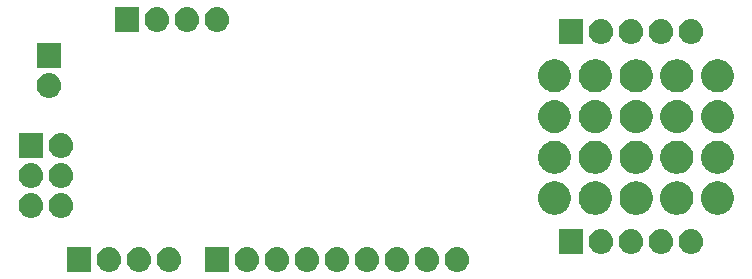
<source format=gbs>
G04 #@! TF.GenerationSoftware,KiCad,Pcbnew,5.0.2-bee76a0~70~ubuntu18.04.1*
G04 #@! TF.CreationDate,2019-02-19T10:43:49+11:00*
G04 #@! TF.ProjectId,BACEE,42414345-452e-46b6-9963-61645f706362,2*
G04 #@! TF.SameCoordinates,Original*
G04 #@! TF.FileFunction,Soldermask,Bot*
G04 #@! TF.FilePolarity,Negative*
%FSLAX46Y46*%
G04 Gerber Fmt 4.6, Leading zero omitted, Abs format (unit mm)*
G04 Created by KiCad (PCBNEW 5.0.2-bee76a0~70~ubuntu18.04.1) date Tue 19 Feb 2019 10:43:49 AM AEDT*
%MOMM*%
%LPD*%
G01*
G04 APERTURE LIST*
%ADD10C,0.100000*%
G04 APERTURE END LIST*
D10*
G36*
X133224707Y-112241596D02*
X133301836Y-112249193D01*
X133433787Y-112289220D01*
X133499763Y-112309233D01*
X133682172Y-112406733D01*
X133842054Y-112537946D01*
X133973267Y-112697828D01*
X134070767Y-112880237D01*
X134070767Y-112880238D01*
X134130807Y-113078164D01*
X134151080Y-113284000D01*
X134130807Y-113489836D01*
X134090780Y-113621787D01*
X134070767Y-113687763D01*
X133973267Y-113870172D01*
X133842054Y-114030054D01*
X133682172Y-114161267D01*
X133499763Y-114258767D01*
X133433787Y-114278780D01*
X133301836Y-114318807D01*
X133224707Y-114326403D01*
X133147580Y-114334000D01*
X133044420Y-114334000D01*
X132967293Y-114326403D01*
X132890164Y-114318807D01*
X132758213Y-114278780D01*
X132692237Y-114258767D01*
X132509828Y-114161267D01*
X132349946Y-114030054D01*
X132218733Y-113870172D01*
X132121233Y-113687763D01*
X132101220Y-113621787D01*
X132061193Y-113489836D01*
X132040920Y-113284000D01*
X132061193Y-113078164D01*
X132121233Y-112880238D01*
X132121233Y-112880237D01*
X132218733Y-112697828D01*
X132349946Y-112537946D01*
X132509828Y-112406733D01*
X132692237Y-112309233D01*
X132758213Y-112289220D01*
X132890164Y-112249193D01*
X132967293Y-112241596D01*
X133044420Y-112234000D01*
X133147580Y-112234000D01*
X133224707Y-112241596D01*
X133224707Y-112241596D01*
G37*
G36*
X108840707Y-112241596D02*
X108917836Y-112249193D01*
X109049787Y-112289220D01*
X109115763Y-112309233D01*
X109298172Y-112406733D01*
X109458054Y-112537946D01*
X109589267Y-112697828D01*
X109686767Y-112880237D01*
X109686767Y-112880238D01*
X109746807Y-113078164D01*
X109767080Y-113284000D01*
X109746807Y-113489836D01*
X109706780Y-113621787D01*
X109686767Y-113687763D01*
X109589267Y-113870172D01*
X109458054Y-114030054D01*
X109298172Y-114161267D01*
X109115763Y-114258767D01*
X109049787Y-114278780D01*
X108917836Y-114318807D01*
X108840707Y-114326403D01*
X108763580Y-114334000D01*
X108660420Y-114334000D01*
X108583293Y-114326403D01*
X108506164Y-114318807D01*
X108374213Y-114278780D01*
X108308237Y-114258767D01*
X108125828Y-114161267D01*
X107965946Y-114030054D01*
X107834733Y-113870172D01*
X107737233Y-113687763D01*
X107717220Y-113621787D01*
X107677193Y-113489836D01*
X107656920Y-113284000D01*
X107677193Y-113078164D01*
X107737233Y-112880238D01*
X107737233Y-112880237D01*
X107834733Y-112697828D01*
X107965946Y-112537946D01*
X108125828Y-112406733D01*
X108308237Y-112309233D01*
X108374213Y-112289220D01*
X108506164Y-112249193D01*
X108583293Y-112241596D01*
X108660420Y-112234000D01*
X108763580Y-112234000D01*
X108840707Y-112241596D01*
X108840707Y-112241596D01*
G37*
G36*
X106300707Y-112241596D02*
X106377836Y-112249193D01*
X106509787Y-112289220D01*
X106575763Y-112309233D01*
X106758172Y-112406733D01*
X106918054Y-112537946D01*
X107049267Y-112697828D01*
X107146767Y-112880237D01*
X107146767Y-112880238D01*
X107206807Y-113078164D01*
X107227080Y-113284000D01*
X107206807Y-113489836D01*
X107166780Y-113621787D01*
X107146767Y-113687763D01*
X107049267Y-113870172D01*
X106918054Y-114030054D01*
X106758172Y-114161267D01*
X106575763Y-114258767D01*
X106509787Y-114278780D01*
X106377836Y-114318807D01*
X106300707Y-114326403D01*
X106223580Y-114334000D01*
X106120420Y-114334000D01*
X106043293Y-114326403D01*
X105966164Y-114318807D01*
X105834213Y-114278780D01*
X105768237Y-114258767D01*
X105585828Y-114161267D01*
X105425946Y-114030054D01*
X105294733Y-113870172D01*
X105197233Y-113687763D01*
X105177220Y-113621787D01*
X105137193Y-113489836D01*
X105116920Y-113284000D01*
X105137193Y-113078164D01*
X105197233Y-112880238D01*
X105197233Y-112880237D01*
X105294733Y-112697828D01*
X105425946Y-112537946D01*
X105585828Y-112406733D01*
X105768237Y-112309233D01*
X105834213Y-112289220D01*
X105966164Y-112249193D01*
X106043293Y-112241596D01*
X106120420Y-112234000D01*
X106223580Y-112234000D01*
X106300707Y-112241596D01*
X106300707Y-112241596D01*
G37*
G36*
X103760707Y-112241596D02*
X103837836Y-112249193D01*
X103969787Y-112289220D01*
X104035763Y-112309233D01*
X104218172Y-112406733D01*
X104378054Y-112537946D01*
X104509267Y-112697828D01*
X104606767Y-112880237D01*
X104606767Y-112880238D01*
X104666807Y-113078164D01*
X104687080Y-113284000D01*
X104666807Y-113489836D01*
X104626780Y-113621787D01*
X104606767Y-113687763D01*
X104509267Y-113870172D01*
X104378054Y-114030054D01*
X104218172Y-114161267D01*
X104035763Y-114258767D01*
X103969787Y-114278780D01*
X103837836Y-114318807D01*
X103760707Y-114326403D01*
X103683580Y-114334000D01*
X103580420Y-114334000D01*
X103503293Y-114326403D01*
X103426164Y-114318807D01*
X103294213Y-114278780D01*
X103228237Y-114258767D01*
X103045828Y-114161267D01*
X102885946Y-114030054D01*
X102754733Y-113870172D01*
X102657233Y-113687763D01*
X102637220Y-113621787D01*
X102597193Y-113489836D01*
X102576920Y-113284000D01*
X102597193Y-113078164D01*
X102657233Y-112880238D01*
X102657233Y-112880237D01*
X102754733Y-112697828D01*
X102885946Y-112537946D01*
X103045828Y-112406733D01*
X103228237Y-112309233D01*
X103294213Y-112289220D01*
X103426164Y-112249193D01*
X103503293Y-112241596D01*
X103580420Y-112234000D01*
X103683580Y-112234000D01*
X103760707Y-112241596D01*
X103760707Y-112241596D01*
G37*
G36*
X102142000Y-114334000D02*
X100042000Y-114334000D01*
X100042000Y-112234000D01*
X102142000Y-112234000D01*
X102142000Y-114334000D01*
X102142000Y-114334000D01*
G37*
G36*
X113826000Y-114334000D02*
X111726000Y-114334000D01*
X111726000Y-112234000D01*
X113826000Y-112234000D01*
X113826000Y-114334000D01*
X113826000Y-114334000D01*
G37*
G36*
X115444707Y-112241596D02*
X115521836Y-112249193D01*
X115653787Y-112289220D01*
X115719763Y-112309233D01*
X115902172Y-112406733D01*
X116062054Y-112537946D01*
X116193267Y-112697828D01*
X116290767Y-112880237D01*
X116290767Y-112880238D01*
X116350807Y-113078164D01*
X116371080Y-113284000D01*
X116350807Y-113489836D01*
X116310780Y-113621787D01*
X116290767Y-113687763D01*
X116193267Y-113870172D01*
X116062054Y-114030054D01*
X115902172Y-114161267D01*
X115719763Y-114258767D01*
X115653787Y-114278780D01*
X115521836Y-114318807D01*
X115444707Y-114326403D01*
X115367580Y-114334000D01*
X115264420Y-114334000D01*
X115187293Y-114326403D01*
X115110164Y-114318807D01*
X114978213Y-114278780D01*
X114912237Y-114258767D01*
X114729828Y-114161267D01*
X114569946Y-114030054D01*
X114438733Y-113870172D01*
X114341233Y-113687763D01*
X114321220Y-113621787D01*
X114281193Y-113489836D01*
X114260920Y-113284000D01*
X114281193Y-113078164D01*
X114341233Y-112880238D01*
X114341233Y-112880237D01*
X114438733Y-112697828D01*
X114569946Y-112537946D01*
X114729828Y-112406733D01*
X114912237Y-112309233D01*
X114978213Y-112289220D01*
X115110164Y-112249193D01*
X115187293Y-112241596D01*
X115264420Y-112234000D01*
X115367580Y-112234000D01*
X115444707Y-112241596D01*
X115444707Y-112241596D01*
G37*
G36*
X117984707Y-112241596D02*
X118061836Y-112249193D01*
X118193787Y-112289220D01*
X118259763Y-112309233D01*
X118442172Y-112406733D01*
X118602054Y-112537946D01*
X118733267Y-112697828D01*
X118830767Y-112880237D01*
X118830767Y-112880238D01*
X118890807Y-113078164D01*
X118911080Y-113284000D01*
X118890807Y-113489836D01*
X118850780Y-113621787D01*
X118830767Y-113687763D01*
X118733267Y-113870172D01*
X118602054Y-114030054D01*
X118442172Y-114161267D01*
X118259763Y-114258767D01*
X118193787Y-114278780D01*
X118061836Y-114318807D01*
X117984707Y-114326403D01*
X117907580Y-114334000D01*
X117804420Y-114334000D01*
X117727293Y-114326403D01*
X117650164Y-114318807D01*
X117518213Y-114278780D01*
X117452237Y-114258767D01*
X117269828Y-114161267D01*
X117109946Y-114030054D01*
X116978733Y-113870172D01*
X116881233Y-113687763D01*
X116861220Y-113621787D01*
X116821193Y-113489836D01*
X116800920Y-113284000D01*
X116821193Y-113078164D01*
X116881233Y-112880238D01*
X116881233Y-112880237D01*
X116978733Y-112697828D01*
X117109946Y-112537946D01*
X117269828Y-112406733D01*
X117452237Y-112309233D01*
X117518213Y-112289220D01*
X117650164Y-112249193D01*
X117727293Y-112241596D01*
X117804420Y-112234000D01*
X117907580Y-112234000D01*
X117984707Y-112241596D01*
X117984707Y-112241596D01*
G37*
G36*
X120524707Y-112241596D02*
X120601836Y-112249193D01*
X120733787Y-112289220D01*
X120799763Y-112309233D01*
X120982172Y-112406733D01*
X121142054Y-112537946D01*
X121273267Y-112697828D01*
X121370767Y-112880237D01*
X121370767Y-112880238D01*
X121430807Y-113078164D01*
X121451080Y-113284000D01*
X121430807Y-113489836D01*
X121390780Y-113621787D01*
X121370767Y-113687763D01*
X121273267Y-113870172D01*
X121142054Y-114030054D01*
X120982172Y-114161267D01*
X120799763Y-114258767D01*
X120733787Y-114278780D01*
X120601836Y-114318807D01*
X120524707Y-114326403D01*
X120447580Y-114334000D01*
X120344420Y-114334000D01*
X120267293Y-114326403D01*
X120190164Y-114318807D01*
X120058213Y-114278780D01*
X119992237Y-114258767D01*
X119809828Y-114161267D01*
X119649946Y-114030054D01*
X119518733Y-113870172D01*
X119421233Y-113687763D01*
X119401220Y-113621787D01*
X119361193Y-113489836D01*
X119340920Y-113284000D01*
X119361193Y-113078164D01*
X119421233Y-112880238D01*
X119421233Y-112880237D01*
X119518733Y-112697828D01*
X119649946Y-112537946D01*
X119809828Y-112406733D01*
X119992237Y-112309233D01*
X120058213Y-112289220D01*
X120190164Y-112249193D01*
X120267293Y-112241596D01*
X120344420Y-112234000D01*
X120447580Y-112234000D01*
X120524707Y-112241596D01*
X120524707Y-112241596D01*
G37*
G36*
X123064707Y-112241596D02*
X123141836Y-112249193D01*
X123273787Y-112289220D01*
X123339763Y-112309233D01*
X123522172Y-112406733D01*
X123682054Y-112537946D01*
X123813267Y-112697828D01*
X123910767Y-112880237D01*
X123910767Y-112880238D01*
X123970807Y-113078164D01*
X123991080Y-113284000D01*
X123970807Y-113489836D01*
X123930780Y-113621787D01*
X123910767Y-113687763D01*
X123813267Y-113870172D01*
X123682054Y-114030054D01*
X123522172Y-114161267D01*
X123339763Y-114258767D01*
X123273787Y-114278780D01*
X123141836Y-114318807D01*
X123064707Y-114326403D01*
X122987580Y-114334000D01*
X122884420Y-114334000D01*
X122807293Y-114326403D01*
X122730164Y-114318807D01*
X122598213Y-114278780D01*
X122532237Y-114258767D01*
X122349828Y-114161267D01*
X122189946Y-114030054D01*
X122058733Y-113870172D01*
X121961233Y-113687763D01*
X121941220Y-113621787D01*
X121901193Y-113489836D01*
X121880920Y-113284000D01*
X121901193Y-113078164D01*
X121961233Y-112880238D01*
X121961233Y-112880237D01*
X122058733Y-112697828D01*
X122189946Y-112537946D01*
X122349828Y-112406733D01*
X122532237Y-112309233D01*
X122598213Y-112289220D01*
X122730164Y-112249193D01*
X122807293Y-112241596D01*
X122884420Y-112234000D01*
X122987580Y-112234000D01*
X123064707Y-112241596D01*
X123064707Y-112241596D01*
G37*
G36*
X125604707Y-112241596D02*
X125681836Y-112249193D01*
X125813787Y-112289220D01*
X125879763Y-112309233D01*
X126062172Y-112406733D01*
X126222054Y-112537946D01*
X126353267Y-112697828D01*
X126450767Y-112880237D01*
X126450767Y-112880238D01*
X126510807Y-113078164D01*
X126531080Y-113284000D01*
X126510807Y-113489836D01*
X126470780Y-113621787D01*
X126450767Y-113687763D01*
X126353267Y-113870172D01*
X126222054Y-114030054D01*
X126062172Y-114161267D01*
X125879763Y-114258767D01*
X125813787Y-114278780D01*
X125681836Y-114318807D01*
X125604707Y-114326403D01*
X125527580Y-114334000D01*
X125424420Y-114334000D01*
X125347293Y-114326403D01*
X125270164Y-114318807D01*
X125138213Y-114278780D01*
X125072237Y-114258767D01*
X124889828Y-114161267D01*
X124729946Y-114030054D01*
X124598733Y-113870172D01*
X124501233Y-113687763D01*
X124481220Y-113621787D01*
X124441193Y-113489836D01*
X124420920Y-113284000D01*
X124441193Y-113078164D01*
X124501233Y-112880238D01*
X124501233Y-112880237D01*
X124598733Y-112697828D01*
X124729946Y-112537946D01*
X124889828Y-112406733D01*
X125072237Y-112309233D01*
X125138213Y-112289220D01*
X125270164Y-112249193D01*
X125347293Y-112241596D01*
X125424420Y-112234000D01*
X125527580Y-112234000D01*
X125604707Y-112241596D01*
X125604707Y-112241596D01*
G37*
G36*
X128144707Y-112241596D02*
X128221836Y-112249193D01*
X128353787Y-112289220D01*
X128419763Y-112309233D01*
X128602172Y-112406733D01*
X128762054Y-112537946D01*
X128893267Y-112697828D01*
X128990767Y-112880237D01*
X128990767Y-112880238D01*
X129050807Y-113078164D01*
X129071080Y-113284000D01*
X129050807Y-113489836D01*
X129010780Y-113621787D01*
X128990767Y-113687763D01*
X128893267Y-113870172D01*
X128762054Y-114030054D01*
X128602172Y-114161267D01*
X128419763Y-114258767D01*
X128353787Y-114278780D01*
X128221836Y-114318807D01*
X128144707Y-114326403D01*
X128067580Y-114334000D01*
X127964420Y-114334000D01*
X127887293Y-114326403D01*
X127810164Y-114318807D01*
X127678213Y-114278780D01*
X127612237Y-114258767D01*
X127429828Y-114161267D01*
X127269946Y-114030054D01*
X127138733Y-113870172D01*
X127041233Y-113687763D01*
X127021220Y-113621787D01*
X126981193Y-113489836D01*
X126960920Y-113284000D01*
X126981193Y-113078164D01*
X127041233Y-112880238D01*
X127041233Y-112880237D01*
X127138733Y-112697828D01*
X127269946Y-112537946D01*
X127429828Y-112406733D01*
X127612237Y-112309233D01*
X127678213Y-112289220D01*
X127810164Y-112249193D01*
X127887293Y-112241596D01*
X127964420Y-112234000D01*
X128067580Y-112234000D01*
X128144707Y-112241596D01*
X128144707Y-112241596D01*
G37*
G36*
X130684707Y-112241596D02*
X130761836Y-112249193D01*
X130893787Y-112289220D01*
X130959763Y-112309233D01*
X131142172Y-112406733D01*
X131302054Y-112537946D01*
X131433267Y-112697828D01*
X131530767Y-112880237D01*
X131530767Y-112880238D01*
X131590807Y-113078164D01*
X131611080Y-113284000D01*
X131590807Y-113489836D01*
X131550780Y-113621787D01*
X131530767Y-113687763D01*
X131433267Y-113870172D01*
X131302054Y-114030054D01*
X131142172Y-114161267D01*
X130959763Y-114258767D01*
X130893787Y-114278780D01*
X130761836Y-114318807D01*
X130684707Y-114326403D01*
X130607580Y-114334000D01*
X130504420Y-114334000D01*
X130427293Y-114326403D01*
X130350164Y-114318807D01*
X130218213Y-114278780D01*
X130152237Y-114258767D01*
X129969828Y-114161267D01*
X129809946Y-114030054D01*
X129678733Y-113870172D01*
X129581233Y-113687763D01*
X129561220Y-113621787D01*
X129521193Y-113489836D01*
X129500920Y-113284000D01*
X129521193Y-113078164D01*
X129581233Y-112880238D01*
X129581233Y-112880237D01*
X129678733Y-112697828D01*
X129809946Y-112537946D01*
X129969828Y-112406733D01*
X130152237Y-112309233D01*
X130218213Y-112289220D01*
X130350164Y-112249193D01*
X130427293Y-112241596D01*
X130504420Y-112234000D01*
X130607580Y-112234000D01*
X130684707Y-112241596D01*
X130684707Y-112241596D01*
G37*
G36*
X147956707Y-110717596D02*
X148033836Y-110725193D01*
X148165787Y-110765220D01*
X148231763Y-110785233D01*
X148414172Y-110882733D01*
X148574054Y-111013946D01*
X148705267Y-111173828D01*
X148802767Y-111356237D01*
X148802767Y-111356238D01*
X148862807Y-111554164D01*
X148883080Y-111760000D01*
X148862807Y-111965836D01*
X148822780Y-112097787D01*
X148802767Y-112163763D01*
X148705267Y-112346172D01*
X148574054Y-112506054D01*
X148414172Y-112637267D01*
X148231763Y-112734767D01*
X148165787Y-112754780D01*
X148033836Y-112794807D01*
X147956707Y-112802403D01*
X147879580Y-112810000D01*
X147776420Y-112810000D01*
X147699293Y-112802403D01*
X147622164Y-112794807D01*
X147490213Y-112754780D01*
X147424237Y-112734767D01*
X147241828Y-112637267D01*
X147081946Y-112506054D01*
X146950733Y-112346172D01*
X146853233Y-112163763D01*
X146833220Y-112097787D01*
X146793193Y-111965836D01*
X146772920Y-111760000D01*
X146793193Y-111554164D01*
X146853233Y-111356238D01*
X146853233Y-111356237D01*
X146950733Y-111173828D01*
X147081946Y-111013946D01*
X147241828Y-110882733D01*
X147424237Y-110785233D01*
X147490213Y-110765220D01*
X147622164Y-110725193D01*
X147699293Y-110717596D01*
X147776420Y-110710000D01*
X147879580Y-110710000D01*
X147956707Y-110717596D01*
X147956707Y-110717596D01*
G37*
G36*
X153036707Y-110717596D02*
X153113836Y-110725193D01*
X153245787Y-110765220D01*
X153311763Y-110785233D01*
X153494172Y-110882733D01*
X153654054Y-111013946D01*
X153785267Y-111173828D01*
X153882767Y-111356237D01*
X153882767Y-111356238D01*
X153942807Y-111554164D01*
X153963080Y-111760000D01*
X153942807Y-111965836D01*
X153902780Y-112097787D01*
X153882767Y-112163763D01*
X153785267Y-112346172D01*
X153654054Y-112506054D01*
X153494172Y-112637267D01*
X153311763Y-112734767D01*
X153245787Y-112754780D01*
X153113836Y-112794807D01*
X153036707Y-112802403D01*
X152959580Y-112810000D01*
X152856420Y-112810000D01*
X152779293Y-112802403D01*
X152702164Y-112794807D01*
X152570213Y-112754780D01*
X152504237Y-112734767D01*
X152321828Y-112637267D01*
X152161946Y-112506054D01*
X152030733Y-112346172D01*
X151933233Y-112163763D01*
X151913220Y-112097787D01*
X151873193Y-111965836D01*
X151852920Y-111760000D01*
X151873193Y-111554164D01*
X151933233Y-111356238D01*
X151933233Y-111356237D01*
X152030733Y-111173828D01*
X152161946Y-111013946D01*
X152321828Y-110882733D01*
X152504237Y-110785233D01*
X152570213Y-110765220D01*
X152702164Y-110725193D01*
X152779293Y-110717596D01*
X152856420Y-110710000D01*
X152959580Y-110710000D01*
X153036707Y-110717596D01*
X153036707Y-110717596D01*
G37*
G36*
X150496707Y-110717596D02*
X150573836Y-110725193D01*
X150705787Y-110765220D01*
X150771763Y-110785233D01*
X150954172Y-110882733D01*
X151114054Y-111013946D01*
X151245267Y-111173828D01*
X151342767Y-111356237D01*
X151342767Y-111356238D01*
X151402807Y-111554164D01*
X151423080Y-111760000D01*
X151402807Y-111965836D01*
X151362780Y-112097787D01*
X151342767Y-112163763D01*
X151245267Y-112346172D01*
X151114054Y-112506054D01*
X150954172Y-112637267D01*
X150771763Y-112734767D01*
X150705787Y-112754780D01*
X150573836Y-112794807D01*
X150496707Y-112802403D01*
X150419580Y-112810000D01*
X150316420Y-112810000D01*
X150239293Y-112802403D01*
X150162164Y-112794807D01*
X150030213Y-112754780D01*
X149964237Y-112734767D01*
X149781828Y-112637267D01*
X149621946Y-112506054D01*
X149490733Y-112346172D01*
X149393233Y-112163763D01*
X149373220Y-112097787D01*
X149333193Y-111965836D01*
X149312920Y-111760000D01*
X149333193Y-111554164D01*
X149393233Y-111356238D01*
X149393233Y-111356237D01*
X149490733Y-111173828D01*
X149621946Y-111013946D01*
X149781828Y-110882733D01*
X149964237Y-110785233D01*
X150030213Y-110765220D01*
X150162164Y-110725193D01*
X150239293Y-110717596D01*
X150316420Y-110710000D01*
X150419580Y-110710000D01*
X150496707Y-110717596D01*
X150496707Y-110717596D01*
G37*
G36*
X143798000Y-112810000D02*
X141698000Y-112810000D01*
X141698000Y-110710000D01*
X143798000Y-110710000D01*
X143798000Y-112810000D01*
X143798000Y-112810000D01*
G37*
G36*
X145416707Y-110717596D02*
X145493836Y-110725193D01*
X145625787Y-110765220D01*
X145691763Y-110785233D01*
X145874172Y-110882733D01*
X146034054Y-111013946D01*
X146165267Y-111173828D01*
X146262767Y-111356237D01*
X146262767Y-111356238D01*
X146322807Y-111554164D01*
X146343080Y-111760000D01*
X146322807Y-111965836D01*
X146282780Y-112097787D01*
X146262767Y-112163763D01*
X146165267Y-112346172D01*
X146034054Y-112506054D01*
X145874172Y-112637267D01*
X145691763Y-112734767D01*
X145625787Y-112754780D01*
X145493836Y-112794807D01*
X145416707Y-112802403D01*
X145339580Y-112810000D01*
X145236420Y-112810000D01*
X145159293Y-112802403D01*
X145082164Y-112794807D01*
X144950213Y-112754780D01*
X144884237Y-112734767D01*
X144701828Y-112637267D01*
X144541946Y-112506054D01*
X144410733Y-112346172D01*
X144313233Y-112163763D01*
X144293220Y-112097787D01*
X144253193Y-111965836D01*
X144232920Y-111760000D01*
X144253193Y-111554164D01*
X144313233Y-111356238D01*
X144313233Y-111356237D01*
X144410733Y-111173828D01*
X144541946Y-111013946D01*
X144701828Y-110882733D01*
X144884237Y-110785233D01*
X144950213Y-110765220D01*
X145082164Y-110725193D01*
X145159293Y-110717596D01*
X145236420Y-110710000D01*
X145339580Y-110710000D01*
X145416707Y-110717596D01*
X145416707Y-110717596D01*
G37*
G36*
X97156707Y-107669596D02*
X97233836Y-107677193D01*
X97365787Y-107717220D01*
X97431763Y-107737233D01*
X97614172Y-107834733D01*
X97774054Y-107965946D01*
X97905267Y-108125828D01*
X98002767Y-108308237D01*
X98002767Y-108308238D01*
X98062807Y-108506164D01*
X98083080Y-108712000D01*
X98062807Y-108917836D01*
X98044117Y-108979448D01*
X98002767Y-109115763D01*
X97905267Y-109298172D01*
X97774054Y-109458054D01*
X97614172Y-109589267D01*
X97431763Y-109686767D01*
X97365787Y-109706780D01*
X97233836Y-109746807D01*
X97156707Y-109754403D01*
X97079580Y-109762000D01*
X96976420Y-109762000D01*
X96899293Y-109754403D01*
X96822164Y-109746807D01*
X96690213Y-109706780D01*
X96624237Y-109686767D01*
X96441828Y-109589267D01*
X96281946Y-109458054D01*
X96150733Y-109298172D01*
X96053233Y-109115763D01*
X96011883Y-108979448D01*
X95993193Y-108917836D01*
X95972920Y-108712000D01*
X95993193Y-108506164D01*
X96053233Y-108308238D01*
X96053233Y-108308237D01*
X96150733Y-108125828D01*
X96281946Y-107965946D01*
X96441828Y-107834733D01*
X96624237Y-107737233D01*
X96690213Y-107717220D01*
X96822164Y-107677193D01*
X96899293Y-107669596D01*
X96976420Y-107662000D01*
X97079580Y-107662000D01*
X97156707Y-107669596D01*
X97156707Y-107669596D01*
G37*
G36*
X99696707Y-107669596D02*
X99773836Y-107677193D01*
X99905787Y-107717220D01*
X99971763Y-107737233D01*
X100154172Y-107834733D01*
X100314054Y-107965946D01*
X100445267Y-108125828D01*
X100542767Y-108308237D01*
X100542767Y-108308238D01*
X100602807Y-108506164D01*
X100623080Y-108712000D01*
X100602807Y-108917836D01*
X100584117Y-108979448D01*
X100542767Y-109115763D01*
X100445267Y-109298172D01*
X100314054Y-109458054D01*
X100154172Y-109589267D01*
X99971763Y-109686767D01*
X99905787Y-109706780D01*
X99773836Y-109746807D01*
X99696707Y-109754403D01*
X99619580Y-109762000D01*
X99516420Y-109762000D01*
X99439293Y-109754403D01*
X99362164Y-109746807D01*
X99230213Y-109706780D01*
X99164237Y-109686767D01*
X98981828Y-109589267D01*
X98821946Y-109458054D01*
X98690733Y-109298172D01*
X98593233Y-109115763D01*
X98551883Y-108979448D01*
X98533193Y-108917836D01*
X98512920Y-108712000D01*
X98533193Y-108506164D01*
X98593233Y-108308238D01*
X98593233Y-108308237D01*
X98690733Y-108125828D01*
X98821946Y-107965946D01*
X98981828Y-107834733D01*
X99164237Y-107737233D01*
X99230213Y-107717220D01*
X99362164Y-107677193D01*
X99439293Y-107669596D01*
X99516420Y-107662000D01*
X99619580Y-107662000D01*
X99696707Y-107669596D01*
X99696707Y-107669596D01*
G37*
G36*
X151982126Y-106713900D02*
X152117365Y-106740801D01*
X152372149Y-106846336D01*
X152479482Y-106918054D01*
X152601451Y-106999551D01*
X152796449Y-107194549D01*
X152796451Y-107194552D01*
X152949664Y-107423851D01*
X153054602Y-107677193D01*
X153055199Y-107678636D01*
X153109000Y-107949111D01*
X153109000Y-108224889D01*
X153055199Y-108495364D01*
X152949665Y-108750147D01*
X152796449Y-108979451D01*
X152601451Y-109174449D01*
X152601448Y-109174451D01*
X152372149Y-109327664D01*
X152117365Y-109433199D01*
X151992410Y-109458054D01*
X151846889Y-109487000D01*
X151571111Y-109487000D01*
X151425590Y-109458054D01*
X151300635Y-109433199D01*
X151045851Y-109327664D01*
X150816552Y-109174451D01*
X150816549Y-109174449D01*
X150621551Y-108979451D01*
X150468335Y-108750147D01*
X150362801Y-108495364D01*
X150309000Y-108224889D01*
X150309000Y-107949111D01*
X150362801Y-107678636D01*
X150363399Y-107677193D01*
X150468336Y-107423851D01*
X150621549Y-107194552D01*
X150621551Y-107194549D01*
X150816549Y-106999551D01*
X150938518Y-106918054D01*
X151045851Y-106846336D01*
X151300635Y-106740801D01*
X151435873Y-106713901D01*
X151571111Y-106687000D01*
X151846889Y-106687000D01*
X151982126Y-106713900D01*
X151982126Y-106713900D01*
G37*
G36*
X141632126Y-106713900D02*
X141767365Y-106740801D01*
X142022149Y-106846336D01*
X142129482Y-106918054D01*
X142251451Y-106999551D01*
X142446449Y-107194549D01*
X142446451Y-107194552D01*
X142599664Y-107423851D01*
X142704602Y-107677193D01*
X142705199Y-107678636D01*
X142759000Y-107949111D01*
X142759000Y-108224889D01*
X142705199Y-108495364D01*
X142599665Y-108750147D01*
X142446449Y-108979451D01*
X142251451Y-109174449D01*
X142251448Y-109174451D01*
X142022149Y-109327664D01*
X141767365Y-109433199D01*
X141642410Y-109458054D01*
X141496889Y-109487000D01*
X141221111Y-109487000D01*
X141075590Y-109458054D01*
X140950635Y-109433199D01*
X140695851Y-109327664D01*
X140466552Y-109174451D01*
X140466549Y-109174449D01*
X140271551Y-108979451D01*
X140118335Y-108750147D01*
X140012801Y-108495364D01*
X139959000Y-108224889D01*
X139959000Y-107949111D01*
X140012801Y-107678636D01*
X140013399Y-107677193D01*
X140118336Y-107423851D01*
X140271549Y-107194552D01*
X140271551Y-107194549D01*
X140466549Y-106999551D01*
X140588518Y-106918054D01*
X140695851Y-106846336D01*
X140950635Y-106740801D01*
X141085873Y-106713901D01*
X141221111Y-106687000D01*
X141496889Y-106687000D01*
X141632126Y-106713900D01*
X141632126Y-106713900D01*
G37*
G36*
X148532126Y-106713900D02*
X148667365Y-106740801D01*
X148922149Y-106846336D01*
X149029482Y-106918054D01*
X149151451Y-106999551D01*
X149346449Y-107194549D01*
X149346451Y-107194552D01*
X149499664Y-107423851D01*
X149604602Y-107677193D01*
X149605199Y-107678636D01*
X149659000Y-107949111D01*
X149659000Y-108224889D01*
X149605199Y-108495364D01*
X149499665Y-108750147D01*
X149346449Y-108979451D01*
X149151451Y-109174449D01*
X149151448Y-109174451D01*
X148922149Y-109327664D01*
X148667365Y-109433199D01*
X148542410Y-109458054D01*
X148396889Y-109487000D01*
X148121111Y-109487000D01*
X147975590Y-109458054D01*
X147850635Y-109433199D01*
X147595851Y-109327664D01*
X147366552Y-109174451D01*
X147366549Y-109174449D01*
X147171551Y-108979451D01*
X147018335Y-108750147D01*
X146912801Y-108495364D01*
X146859000Y-108224889D01*
X146859000Y-107949111D01*
X146912801Y-107678636D01*
X146913399Y-107677193D01*
X147018336Y-107423851D01*
X147171549Y-107194552D01*
X147171551Y-107194549D01*
X147366549Y-106999551D01*
X147488518Y-106918054D01*
X147595851Y-106846336D01*
X147850635Y-106740801D01*
X147985873Y-106713901D01*
X148121111Y-106687000D01*
X148396889Y-106687000D01*
X148532126Y-106713900D01*
X148532126Y-106713900D01*
G37*
G36*
X145082126Y-106713900D02*
X145217365Y-106740801D01*
X145472149Y-106846336D01*
X145579482Y-106918054D01*
X145701451Y-106999551D01*
X145896449Y-107194549D01*
X145896451Y-107194552D01*
X146049664Y-107423851D01*
X146154602Y-107677193D01*
X146155199Y-107678636D01*
X146209000Y-107949111D01*
X146209000Y-108224889D01*
X146155199Y-108495364D01*
X146049665Y-108750147D01*
X145896449Y-108979451D01*
X145701451Y-109174449D01*
X145701448Y-109174451D01*
X145472149Y-109327664D01*
X145217365Y-109433199D01*
X145092410Y-109458054D01*
X144946889Y-109487000D01*
X144671111Y-109487000D01*
X144525590Y-109458054D01*
X144400635Y-109433199D01*
X144145851Y-109327664D01*
X143916552Y-109174451D01*
X143916549Y-109174449D01*
X143721551Y-108979451D01*
X143568335Y-108750147D01*
X143462801Y-108495364D01*
X143409000Y-108224889D01*
X143409000Y-107949111D01*
X143462801Y-107678636D01*
X143463399Y-107677193D01*
X143568336Y-107423851D01*
X143721549Y-107194552D01*
X143721551Y-107194549D01*
X143916549Y-106999551D01*
X144038518Y-106918054D01*
X144145851Y-106846336D01*
X144400635Y-106740801D01*
X144535873Y-106713901D01*
X144671111Y-106687000D01*
X144946889Y-106687000D01*
X145082126Y-106713900D01*
X145082126Y-106713900D01*
G37*
G36*
X155432126Y-106713900D02*
X155567365Y-106740801D01*
X155822149Y-106846336D01*
X155929482Y-106918054D01*
X156051451Y-106999551D01*
X156246449Y-107194549D01*
X156246451Y-107194552D01*
X156399664Y-107423851D01*
X156504602Y-107677193D01*
X156505199Y-107678636D01*
X156559000Y-107949111D01*
X156559000Y-108224889D01*
X156505199Y-108495364D01*
X156399665Y-108750147D01*
X156246449Y-108979451D01*
X156051451Y-109174449D01*
X156051448Y-109174451D01*
X155822149Y-109327664D01*
X155567365Y-109433199D01*
X155442410Y-109458054D01*
X155296889Y-109487000D01*
X155021111Y-109487000D01*
X154875590Y-109458054D01*
X154750635Y-109433199D01*
X154495851Y-109327664D01*
X154266552Y-109174451D01*
X154266549Y-109174449D01*
X154071551Y-108979451D01*
X153918335Y-108750147D01*
X153812801Y-108495364D01*
X153759000Y-108224889D01*
X153759000Y-107949111D01*
X153812801Y-107678636D01*
X153813399Y-107677193D01*
X153918336Y-107423851D01*
X154071549Y-107194552D01*
X154071551Y-107194549D01*
X154266549Y-106999551D01*
X154388518Y-106918054D01*
X154495851Y-106846336D01*
X154750635Y-106740801D01*
X154885873Y-106713901D01*
X155021111Y-106687000D01*
X155296889Y-106687000D01*
X155432126Y-106713900D01*
X155432126Y-106713900D01*
G37*
G36*
X97156707Y-105129596D02*
X97233836Y-105137193D01*
X97365787Y-105177220D01*
X97431763Y-105197233D01*
X97614172Y-105294733D01*
X97774054Y-105425946D01*
X97905267Y-105585828D01*
X98002767Y-105768237D01*
X98002767Y-105768238D01*
X98062807Y-105966164D01*
X98083080Y-106172000D01*
X98062807Y-106377836D01*
X98022780Y-106509787D01*
X98002767Y-106575763D01*
X97905267Y-106758172D01*
X97774054Y-106918054D01*
X97614172Y-107049267D01*
X97431763Y-107146767D01*
X97365787Y-107166780D01*
X97233836Y-107206807D01*
X97156707Y-107214404D01*
X97079580Y-107222000D01*
X96976420Y-107222000D01*
X96899293Y-107214404D01*
X96822164Y-107206807D01*
X96690213Y-107166780D01*
X96624237Y-107146767D01*
X96441828Y-107049267D01*
X96281946Y-106918054D01*
X96150733Y-106758172D01*
X96053233Y-106575763D01*
X96033220Y-106509787D01*
X95993193Y-106377836D01*
X95972920Y-106172000D01*
X95993193Y-105966164D01*
X96053233Y-105768238D01*
X96053233Y-105768237D01*
X96150733Y-105585828D01*
X96281946Y-105425946D01*
X96441828Y-105294733D01*
X96624237Y-105197233D01*
X96690213Y-105177220D01*
X96822164Y-105137193D01*
X96899293Y-105129597D01*
X96976420Y-105122000D01*
X97079580Y-105122000D01*
X97156707Y-105129596D01*
X97156707Y-105129596D01*
G37*
G36*
X99696707Y-105129596D02*
X99773836Y-105137193D01*
X99905787Y-105177220D01*
X99971763Y-105197233D01*
X100154172Y-105294733D01*
X100314054Y-105425946D01*
X100445267Y-105585828D01*
X100542767Y-105768237D01*
X100542767Y-105768238D01*
X100602807Y-105966164D01*
X100623080Y-106172000D01*
X100602807Y-106377836D01*
X100562780Y-106509787D01*
X100542767Y-106575763D01*
X100445267Y-106758172D01*
X100314054Y-106918054D01*
X100154172Y-107049267D01*
X99971763Y-107146767D01*
X99905787Y-107166780D01*
X99773836Y-107206807D01*
X99696707Y-107214404D01*
X99619580Y-107222000D01*
X99516420Y-107222000D01*
X99439293Y-107214404D01*
X99362164Y-107206807D01*
X99230213Y-107166780D01*
X99164237Y-107146767D01*
X98981828Y-107049267D01*
X98821946Y-106918054D01*
X98690733Y-106758172D01*
X98593233Y-106575763D01*
X98573220Y-106509787D01*
X98533193Y-106377836D01*
X98512920Y-106172000D01*
X98533193Y-105966164D01*
X98593233Y-105768238D01*
X98593233Y-105768237D01*
X98690733Y-105585828D01*
X98821946Y-105425946D01*
X98981828Y-105294733D01*
X99164237Y-105197233D01*
X99230213Y-105177220D01*
X99362164Y-105137193D01*
X99439293Y-105129597D01*
X99516420Y-105122000D01*
X99619580Y-105122000D01*
X99696707Y-105129596D01*
X99696707Y-105129596D01*
G37*
G36*
X141632126Y-103263900D02*
X141767365Y-103290801D01*
X142022149Y-103396336D01*
X142248397Y-103547511D01*
X142251451Y-103549551D01*
X142446449Y-103744549D01*
X142446451Y-103744552D01*
X142599664Y-103973851D01*
X142705199Y-104228635D01*
X142759000Y-104499112D01*
X142759000Y-104774888D01*
X142705199Y-105045365D01*
X142642293Y-105197233D01*
X142599665Y-105300147D01*
X142446449Y-105529451D01*
X142251451Y-105724449D01*
X142251448Y-105724451D01*
X142022149Y-105877664D01*
X141767365Y-105983199D01*
X141632126Y-106010100D01*
X141496889Y-106037000D01*
X141221111Y-106037000D01*
X141085873Y-106010099D01*
X140950635Y-105983199D01*
X140695851Y-105877664D01*
X140466552Y-105724451D01*
X140466549Y-105724449D01*
X140271551Y-105529451D01*
X140118335Y-105300147D01*
X140075707Y-105197233D01*
X140012801Y-105045365D01*
X139959000Y-104774888D01*
X139959000Y-104499112D01*
X140012801Y-104228635D01*
X140118336Y-103973851D01*
X140271549Y-103744552D01*
X140271551Y-103744549D01*
X140466549Y-103549551D01*
X140469603Y-103547511D01*
X140695851Y-103396336D01*
X140950635Y-103290801D01*
X141085874Y-103263900D01*
X141221111Y-103237000D01*
X141496889Y-103237000D01*
X141632126Y-103263900D01*
X141632126Y-103263900D01*
G37*
G36*
X145082126Y-103263900D02*
X145217365Y-103290801D01*
X145472149Y-103396336D01*
X145698397Y-103547511D01*
X145701451Y-103549551D01*
X145896449Y-103744549D01*
X145896451Y-103744552D01*
X146049664Y-103973851D01*
X146155199Y-104228635D01*
X146209000Y-104499112D01*
X146209000Y-104774888D01*
X146155199Y-105045365D01*
X146092293Y-105197233D01*
X146049665Y-105300147D01*
X145896449Y-105529451D01*
X145701451Y-105724449D01*
X145701448Y-105724451D01*
X145472149Y-105877664D01*
X145217365Y-105983199D01*
X145082126Y-106010100D01*
X144946889Y-106037000D01*
X144671111Y-106037000D01*
X144535873Y-106010099D01*
X144400635Y-105983199D01*
X144145851Y-105877664D01*
X143916552Y-105724451D01*
X143916549Y-105724449D01*
X143721551Y-105529451D01*
X143568335Y-105300147D01*
X143525707Y-105197233D01*
X143462801Y-105045365D01*
X143409000Y-104774888D01*
X143409000Y-104499112D01*
X143462801Y-104228635D01*
X143568336Y-103973851D01*
X143721549Y-103744552D01*
X143721551Y-103744549D01*
X143916549Y-103549551D01*
X143919603Y-103547511D01*
X144145851Y-103396336D01*
X144400635Y-103290801D01*
X144535874Y-103263900D01*
X144671111Y-103237000D01*
X144946889Y-103237000D01*
X145082126Y-103263900D01*
X145082126Y-103263900D01*
G37*
G36*
X148532126Y-103263900D02*
X148667365Y-103290801D01*
X148922149Y-103396336D01*
X149148397Y-103547511D01*
X149151451Y-103549551D01*
X149346449Y-103744549D01*
X149346451Y-103744552D01*
X149499664Y-103973851D01*
X149605199Y-104228635D01*
X149659000Y-104499112D01*
X149659000Y-104774888D01*
X149605199Y-105045365D01*
X149542293Y-105197233D01*
X149499665Y-105300147D01*
X149346449Y-105529451D01*
X149151451Y-105724449D01*
X149151448Y-105724451D01*
X148922149Y-105877664D01*
X148667365Y-105983199D01*
X148532126Y-106010100D01*
X148396889Y-106037000D01*
X148121111Y-106037000D01*
X147985873Y-106010099D01*
X147850635Y-105983199D01*
X147595851Y-105877664D01*
X147366552Y-105724451D01*
X147366549Y-105724449D01*
X147171551Y-105529451D01*
X147018335Y-105300147D01*
X146975707Y-105197233D01*
X146912801Y-105045365D01*
X146859000Y-104774888D01*
X146859000Y-104499112D01*
X146912801Y-104228635D01*
X147018336Y-103973851D01*
X147171549Y-103744552D01*
X147171551Y-103744549D01*
X147366549Y-103549551D01*
X147369603Y-103547511D01*
X147595851Y-103396336D01*
X147850635Y-103290801D01*
X147985874Y-103263900D01*
X148121111Y-103237000D01*
X148396889Y-103237000D01*
X148532126Y-103263900D01*
X148532126Y-103263900D01*
G37*
G36*
X155432126Y-103263900D02*
X155567365Y-103290801D01*
X155822149Y-103396336D01*
X156048397Y-103547511D01*
X156051451Y-103549551D01*
X156246449Y-103744549D01*
X156246451Y-103744552D01*
X156399664Y-103973851D01*
X156505199Y-104228635D01*
X156559000Y-104499112D01*
X156559000Y-104774888D01*
X156505199Y-105045365D01*
X156442293Y-105197233D01*
X156399665Y-105300147D01*
X156246449Y-105529451D01*
X156051451Y-105724449D01*
X156051448Y-105724451D01*
X155822149Y-105877664D01*
X155567365Y-105983199D01*
X155432126Y-106010100D01*
X155296889Y-106037000D01*
X155021111Y-106037000D01*
X154885873Y-106010099D01*
X154750635Y-105983199D01*
X154495851Y-105877664D01*
X154266552Y-105724451D01*
X154266549Y-105724449D01*
X154071551Y-105529451D01*
X153918335Y-105300147D01*
X153875707Y-105197233D01*
X153812801Y-105045365D01*
X153759000Y-104774888D01*
X153759000Y-104499112D01*
X153812801Y-104228635D01*
X153918336Y-103973851D01*
X154071549Y-103744552D01*
X154071551Y-103744549D01*
X154266549Y-103549551D01*
X154269603Y-103547511D01*
X154495851Y-103396336D01*
X154750635Y-103290801D01*
X154885874Y-103263900D01*
X155021111Y-103237000D01*
X155296889Y-103237000D01*
X155432126Y-103263900D01*
X155432126Y-103263900D01*
G37*
G36*
X151982126Y-103263900D02*
X152117365Y-103290801D01*
X152372149Y-103396336D01*
X152598397Y-103547511D01*
X152601451Y-103549551D01*
X152796449Y-103744549D01*
X152796451Y-103744552D01*
X152949664Y-103973851D01*
X153055199Y-104228635D01*
X153109000Y-104499112D01*
X153109000Y-104774888D01*
X153055199Y-105045365D01*
X152992293Y-105197233D01*
X152949665Y-105300147D01*
X152796449Y-105529451D01*
X152601451Y-105724449D01*
X152601448Y-105724451D01*
X152372149Y-105877664D01*
X152117365Y-105983199D01*
X151982126Y-106010100D01*
X151846889Y-106037000D01*
X151571111Y-106037000D01*
X151435873Y-106010099D01*
X151300635Y-105983199D01*
X151045851Y-105877664D01*
X150816552Y-105724451D01*
X150816549Y-105724449D01*
X150621551Y-105529451D01*
X150468335Y-105300147D01*
X150425707Y-105197233D01*
X150362801Y-105045365D01*
X150309000Y-104774888D01*
X150309000Y-104499112D01*
X150362801Y-104228635D01*
X150468336Y-103973851D01*
X150621549Y-103744552D01*
X150621551Y-103744549D01*
X150816549Y-103549551D01*
X150819603Y-103547511D01*
X151045851Y-103396336D01*
X151300635Y-103290801D01*
X151435874Y-103263900D01*
X151571111Y-103237000D01*
X151846889Y-103237000D01*
X151982126Y-103263900D01*
X151982126Y-103263900D01*
G37*
G36*
X98078000Y-104682000D02*
X95978000Y-104682000D01*
X95978000Y-102582000D01*
X98078000Y-102582000D01*
X98078000Y-104682000D01*
X98078000Y-104682000D01*
G37*
G36*
X99696707Y-102589596D02*
X99773836Y-102597193D01*
X99905787Y-102637220D01*
X99971763Y-102657233D01*
X100154172Y-102754733D01*
X100314054Y-102885946D01*
X100445267Y-103045828D01*
X100542767Y-103228237D01*
X100542767Y-103228238D01*
X100602807Y-103426164D01*
X100623080Y-103632000D01*
X100602807Y-103837836D01*
X100562780Y-103969787D01*
X100542767Y-104035763D01*
X100445267Y-104218172D01*
X100314054Y-104378054D01*
X100154172Y-104509267D01*
X99971763Y-104606767D01*
X99905787Y-104626780D01*
X99773836Y-104666807D01*
X99696707Y-104674404D01*
X99619580Y-104682000D01*
X99516420Y-104682000D01*
X99439293Y-104674404D01*
X99362164Y-104666807D01*
X99230213Y-104626780D01*
X99164237Y-104606767D01*
X98981828Y-104509267D01*
X98821946Y-104378054D01*
X98690733Y-104218172D01*
X98593233Y-104035763D01*
X98573220Y-103969787D01*
X98533193Y-103837836D01*
X98512920Y-103632000D01*
X98533193Y-103426164D01*
X98593233Y-103228238D01*
X98593233Y-103228237D01*
X98690733Y-103045828D01*
X98821946Y-102885946D01*
X98981828Y-102754733D01*
X99164237Y-102657233D01*
X99230213Y-102637220D01*
X99362164Y-102597193D01*
X99439293Y-102589596D01*
X99516420Y-102582000D01*
X99619580Y-102582000D01*
X99696707Y-102589596D01*
X99696707Y-102589596D01*
G37*
G36*
X148532126Y-99813900D02*
X148667365Y-99840801D01*
X148922149Y-99946336D01*
X149148397Y-100097511D01*
X149151451Y-100099551D01*
X149346449Y-100294549D01*
X149499665Y-100523853D01*
X149605199Y-100778636D01*
X149659000Y-101049111D01*
X149659000Y-101324889D01*
X149605199Y-101595364D01*
X149499665Y-101850147D01*
X149346449Y-102079451D01*
X149151451Y-102274449D01*
X149151448Y-102274451D01*
X148922149Y-102427664D01*
X148667365Y-102533199D01*
X148532126Y-102560100D01*
X148396889Y-102587000D01*
X148121111Y-102587000D01*
X147985873Y-102560099D01*
X147850635Y-102533199D01*
X147595851Y-102427664D01*
X147366552Y-102274451D01*
X147366549Y-102274449D01*
X147171551Y-102079451D01*
X147018335Y-101850147D01*
X146912801Y-101595364D01*
X146859000Y-101324889D01*
X146859000Y-101049111D01*
X146912801Y-100778636D01*
X147018335Y-100523853D01*
X147171551Y-100294549D01*
X147366549Y-100099551D01*
X147369603Y-100097511D01*
X147595851Y-99946336D01*
X147850635Y-99840801D01*
X147985873Y-99813901D01*
X148121111Y-99787000D01*
X148396889Y-99787000D01*
X148532126Y-99813900D01*
X148532126Y-99813900D01*
G37*
G36*
X155432126Y-99813900D02*
X155567365Y-99840801D01*
X155822149Y-99946336D01*
X156048397Y-100097511D01*
X156051451Y-100099551D01*
X156246449Y-100294549D01*
X156399665Y-100523853D01*
X156505199Y-100778636D01*
X156559000Y-101049111D01*
X156559000Y-101324889D01*
X156505199Y-101595364D01*
X156399665Y-101850147D01*
X156246449Y-102079451D01*
X156051451Y-102274449D01*
X156051448Y-102274451D01*
X155822149Y-102427664D01*
X155567365Y-102533199D01*
X155432126Y-102560100D01*
X155296889Y-102587000D01*
X155021111Y-102587000D01*
X154885873Y-102560099D01*
X154750635Y-102533199D01*
X154495851Y-102427664D01*
X154266552Y-102274451D01*
X154266549Y-102274449D01*
X154071551Y-102079451D01*
X153918335Y-101850147D01*
X153812801Y-101595364D01*
X153759000Y-101324889D01*
X153759000Y-101049111D01*
X153812801Y-100778636D01*
X153918335Y-100523853D01*
X154071551Y-100294549D01*
X154266549Y-100099551D01*
X154269603Y-100097511D01*
X154495851Y-99946336D01*
X154750635Y-99840801D01*
X154885873Y-99813901D01*
X155021111Y-99787000D01*
X155296889Y-99787000D01*
X155432126Y-99813900D01*
X155432126Y-99813900D01*
G37*
G36*
X151982126Y-99813900D02*
X152117365Y-99840801D01*
X152372149Y-99946336D01*
X152598397Y-100097511D01*
X152601451Y-100099551D01*
X152796449Y-100294549D01*
X152949665Y-100523853D01*
X153055199Y-100778636D01*
X153109000Y-101049111D01*
X153109000Y-101324889D01*
X153055199Y-101595364D01*
X152949665Y-101850147D01*
X152796449Y-102079451D01*
X152601451Y-102274449D01*
X152601448Y-102274451D01*
X152372149Y-102427664D01*
X152117365Y-102533199D01*
X151982126Y-102560100D01*
X151846889Y-102587000D01*
X151571111Y-102587000D01*
X151435873Y-102560099D01*
X151300635Y-102533199D01*
X151045851Y-102427664D01*
X150816552Y-102274451D01*
X150816549Y-102274449D01*
X150621551Y-102079451D01*
X150468335Y-101850147D01*
X150362801Y-101595364D01*
X150309000Y-101324889D01*
X150309000Y-101049111D01*
X150362801Y-100778636D01*
X150468335Y-100523853D01*
X150621551Y-100294549D01*
X150816549Y-100099551D01*
X150819603Y-100097511D01*
X151045851Y-99946336D01*
X151300635Y-99840801D01*
X151435873Y-99813901D01*
X151571111Y-99787000D01*
X151846889Y-99787000D01*
X151982126Y-99813900D01*
X151982126Y-99813900D01*
G37*
G36*
X145082126Y-99813900D02*
X145217365Y-99840801D01*
X145472149Y-99946336D01*
X145698397Y-100097511D01*
X145701451Y-100099551D01*
X145896449Y-100294549D01*
X146049665Y-100523853D01*
X146155199Y-100778636D01*
X146209000Y-101049111D01*
X146209000Y-101324889D01*
X146155199Y-101595364D01*
X146049665Y-101850147D01*
X145896449Y-102079451D01*
X145701451Y-102274449D01*
X145701448Y-102274451D01*
X145472149Y-102427664D01*
X145217365Y-102533199D01*
X145082126Y-102560100D01*
X144946889Y-102587000D01*
X144671111Y-102587000D01*
X144535873Y-102560099D01*
X144400635Y-102533199D01*
X144145851Y-102427664D01*
X143916552Y-102274451D01*
X143916549Y-102274449D01*
X143721551Y-102079451D01*
X143568335Y-101850147D01*
X143462801Y-101595364D01*
X143409000Y-101324889D01*
X143409000Y-101049111D01*
X143462801Y-100778636D01*
X143568335Y-100523853D01*
X143721551Y-100294549D01*
X143916549Y-100099551D01*
X143919603Y-100097511D01*
X144145851Y-99946336D01*
X144400635Y-99840801D01*
X144535873Y-99813901D01*
X144671111Y-99787000D01*
X144946889Y-99787000D01*
X145082126Y-99813900D01*
X145082126Y-99813900D01*
G37*
G36*
X141632126Y-99813900D02*
X141767365Y-99840801D01*
X142022149Y-99946336D01*
X142248397Y-100097511D01*
X142251451Y-100099551D01*
X142446449Y-100294549D01*
X142599665Y-100523853D01*
X142705199Y-100778636D01*
X142759000Y-101049111D01*
X142759000Y-101324889D01*
X142705199Y-101595364D01*
X142599665Y-101850147D01*
X142446449Y-102079451D01*
X142251451Y-102274449D01*
X142251448Y-102274451D01*
X142022149Y-102427664D01*
X141767365Y-102533199D01*
X141632126Y-102560100D01*
X141496889Y-102587000D01*
X141221111Y-102587000D01*
X141085873Y-102560099D01*
X140950635Y-102533199D01*
X140695851Y-102427664D01*
X140466552Y-102274451D01*
X140466549Y-102274449D01*
X140271551Y-102079451D01*
X140118335Y-101850147D01*
X140012801Y-101595364D01*
X139959000Y-101324889D01*
X139959000Y-101049111D01*
X140012801Y-100778636D01*
X140118335Y-100523853D01*
X140271551Y-100294549D01*
X140466549Y-100099551D01*
X140469603Y-100097511D01*
X140695851Y-99946336D01*
X140950635Y-99840801D01*
X141085873Y-99813901D01*
X141221111Y-99787000D01*
X141496889Y-99787000D01*
X141632126Y-99813900D01*
X141632126Y-99813900D01*
G37*
G36*
X98680707Y-97509596D02*
X98757836Y-97517193D01*
X98889787Y-97557220D01*
X98955763Y-97577233D01*
X99138172Y-97674733D01*
X99298054Y-97805946D01*
X99429267Y-97965828D01*
X99526767Y-98148237D01*
X99526767Y-98148238D01*
X99586807Y-98346164D01*
X99607080Y-98552000D01*
X99586807Y-98757836D01*
X99546780Y-98889787D01*
X99526767Y-98955763D01*
X99429267Y-99138172D01*
X99298054Y-99298054D01*
X99138172Y-99429267D01*
X98955763Y-99526767D01*
X98889787Y-99546780D01*
X98757836Y-99586807D01*
X98680707Y-99594403D01*
X98603580Y-99602000D01*
X98500420Y-99602000D01*
X98423293Y-99594403D01*
X98346164Y-99586807D01*
X98214213Y-99546780D01*
X98148237Y-99526767D01*
X97965828Y-99429267D01*
X97805946Y-99298054D01*
X97674733Y-99138172D01*
X97577233Y-98955763D01*
X97557220Y-98889787D01*
X97517193Y-98757836D01*
X97496920Y-98552000D01*
X97517193Y-98346164D01*
X97577233Y-98148238D01*
X97577233Y-98148237D01*
X97674733Y-97965828D01*
X97805946Y-97805946D01*
X97965828Y-97674733D01*
X98148237Y-97577233D01*
X98214213Y-97557220D01*
X98346164Y-97517193D01*
X98423293Y-97509596D01*
X98500420Y-97502000D01*
X98603580Y-97502000D01*
X98680707Y-97509596D01*
X98680707Y-97509596D01*
G37*
G36*
X148532126Y-96363900D02*
X148667365Y-96390801D01*
X148922149Y-96496336D01*
X149148397Y-96647511D01*
X149151451Y-96649551D01*
X149346449Y-96844549D01*
X149499665Y-97073853D01*
X149605199Y-97328636D01*
X149659000Y-97599111D01*
X149659000Y-97874889D01*
X149605199Y-98145364D01*
X149499665Y-98400147D01*
X149346449Y-98629451D01*
X149151451Y-98824449D01*
X149151448Y-98824451D01*
X148922149Y-98977664D01*
X148667365Y-99083199D01*
X148532127Y-99110099D01*
X148396889Y-99137000D01*
X148121111Y-99137000D01*
X147985873Y-99110099D01*
X147850635Y-99083199D01*
X147595851Y-98977664D01*
X147366552Y-98824451D01*
X147366549Y-98824449D01*
X147171551Y-98629451D01*
X147018335Y-98400147D01*
X146912801Y-98145364D01*
X146859000Y-97874889D01*
X146859000Y-97599111D01*
X146912801Y-97328636D01*
X147018335Y-97073853D01*
X147171551Y-96844549D01*
X147366549Y-96649551D01*
X147369603Y-96647511D01*
X147595851Y-96496336D01*
X147850635Y-96390801D01*
X147985874Y-96363900D01*
X148121111Y-96337000D01*
X148396889Y-96337000D01*
X148532126Y-96363900D01*
X148532126Y-96363900D01*
G37*
G36*
X145082126Y-96363900D02*
X145217365Y-96390801D01*
X145472149Y-96496336D01*
X145698397Y-96647511D01*
X145701451Y-96649551D01*
X145896449Y-96844549D01*
X146049665Y-97073853D01*
X146155199Y-97328636D01*
X146209000Y-97599111D01*
X146209000Y-97874889D01*
X146155199Y-98145364D01*
X146049665Y-98400147D01*
X145896449Y-98629451D01*
X145701451Y-98824449D01*
X145701448Y-98824451D01*
X145472149Y-98977664D01*
X145217365Y-99083199D01*
X145082127Y-99110099D01*
X144946889Y-99137000D01*
X144671111Y-99137000D01*
X144535873Y-99110099D01*
X144400635Y-99083199D01*
X144145851Y-98977664D01*
X143916552Y-98824451D01*
X143916549Y-98824449D01*
X143721551Y-98629451D01*
X143568335Y-98400147D01*
X143462801Y-98145364D01*
X143409000Y-97874889D01*
X143409000Y-97599111D01*
X143462801Y-97328636D01*
X143568335Y-97073853D01*
X143721551Y-96844549D01*
X143916549Y-96649551D01*
X143919603Y-96647511D01*
X144145851Y-96496336D01*
X144400635Y-96390801D01*
X144535874Y-96363900D01*
X144671111Y-96337000D01*
X144946889Y-96337000D01*
X145082126Y-96363900D01*
X145082126Y-96363900D01*
G37*
G36*
X151982126Y-96363900D02*
X152117365Y-96390801D01*
X152372149Y-96496336D01*
X152598397Y-96647511D01*
X152601451Y-96649551D01*
X152796449Y-96844549D01*
X152949665Y-97073853D01*
X153055199Y-97328636D01*
X153109000Y-97599111D01*
X153109000Y-97874889D01*
X153055199Y-98145364D01*
X152949665Y-98400147D01*
X152796449Y-98629451D01*
X152601451Y-98824449D01*
X152601448Y-98824451D01*
X152372149Y-98977664D01*
X152117365Y-99083199D01*
X151982127Y-99110099D01*
X151846889Y-99137000D01*
X151571111Y-99137000D01*
X151435873Y-99110099D01*
X151300635Y-99083199D01*
X151045851Y-98977664D01*
X150816552Y-98824451D01*
X150816549Y-98824449D01*
X150621551Y-98629451D01*
X150468335Y-98400147D01*
X150362801Y-98145364D01*
X150309000Y-97874889D01*
X150309000Y-97599111D01*
X150362801Y-97328636D01*
X150468335Y-97073853D01*
X150621551Y-96844549D01*
X150816549Y-96649551D01*
X150819603Y-96647511D01*
X151045851Y-96496336D01*
X151300635Y-96390801D01*
X151435874Y-96363900D01*
X151571111Y-96337000D01*
X151846889Y-96337000D01*
X151982126Y-96363900D01*
X151982126Y-96363900D01*
G37*
G36*
X141632126Y-96363900D02*
X141767365Y-96390801D01*
X142022149Y-96496336D01*
X142248397Y-96647511D01*
X142251451Y-96649551D01*
X142446449Y-96844549D01*
X142599665Y-97073853D01*
X142705199Y-97328636D01*
X142759000Y-97599111D01*
X142759000Y-97874889D01*
X142705199Y-98145364D01*
X142599665Y-98400147D01*
X142446449Y-98629451D01*
X142251451Y-98824449D01*
X142251448Y-98824451D01*
X142022149Y-98977664D01*
X141767365Y-99083199D01*
X141632127Y-99110099D01*
X141496889Y-99137000D01*
X141221111Y-99137000D01*
X141085873Y-99110099D01*
X140950635Y-99083199D01*
X140695851Y-98977664D01*
X140466552Y-98824451D01*
X140466549Y-98824449D01*
X140271551Y-98629451D01*
X140118335Y-98400147D01*
X140012801Y-98145364D01*
X139959000Y-97874889D01*
X139959000Y-97599111D01*
X140012801Y-97328636D01*
X140118335Y-97073853D01*
X140271551Y-96844549D01*
X140466549Y-96649551D01*
X140469603Y-96647511D01*
X140695851Y-96496336D01*
X140950635Y-96390801D01*
X141085874Y-96363900D01*
X141221111Y-96337000D01*
X141496889Y-96337000D01*
X141632126Y-96363900D01*
X141632126Y-96363900D01*
G37*
G36*
X155432126Y-96363900D02*
X155567365Y-96390801D01*
X155822149Y-96496336D01*
X156048397Y-96647511D01*
X156051451Y-96649551D01*
X156246449Y-96844549D01*
X156399665Y-97073853D01*
X156505199Y-97328636D01*
X156559000Y-97599111D01*
X156559000Y-97874889D01*
X156505199Y-98145364D01*
X156399665Y-98400147D01*
X156246449Y-98629451D01*
X156051451Y-98824449D01*
X156051448Y-98824451D01*
X155822149Y-98977664D01*
X155567365Y-99083199D01*
X155432127Y-99110099D01*
X155296889Y-99137000D01*
X155021111Y-99137000D01*
X154885873Y-99110099D01*
X154750635Y-99083199D01*
X154495851Y-98977664D01*
X154266552Y-98824451D01*
X154266549Y-98824449D01*
X154071551Y-98629451D01*
X153918335Y-98400147D01*
X153812801Y-98145364D01*
X153759000Y-97874889D01*
X153759000Y-97599111D01*
X153812801Y-97328636D01*
X153918335Y-97073853D01*
X154071551Y-96844549D01*
X154266549Y-96649551D01*
X154269603Y-96647511D01*
X154495851Y-96496336D01*
X154750635Y-96390801D01*
X154885874Y-96363900D01*
X155021111Y-96337000D01*
X155296889Y-96337000D01*
X155432126Y-96363900D01*
X155432126Y-96363900D01*
G37*
G36*
X99602000Y-97062000D02*
X97502000Y-97062000D01*
X97502000Y-94962000D01*
X99602000Y-94962000D01*
X99602000Y-97062000D01*
X99602000Y-97062000D01*
G37*
G36*
X150496707Y-92937596D02*
X150573836Y-92945193D01*
X150705787Y-92985220D01*
X150771763Y-93005233D01*
X150954172Y-93102733D01*
X151114054Y-93233946D01*
X151245267Y-93393828D01*
X151342767Y-93576237D01*
X151342767Y-93576238D01*
X151402807Y-93774164D01*
X151423080Y-93980000D01*
X151402807Y-94185836D01*
X151362780Y-94317787D01*
X151342767Y-94383763D01*
X151245267Y-94566172D01*
X151114054Y-94726054D01*
X150954172Y-94857267D01*
X150771763Y-94954767D01*
X150705787Y-94974780D01*
X150573836Y-95014807D01*
X150496707Y-95022403D01*
X150419580Y-95030000D01*
X150316420Y-95030000D01*
X150239293Y-95022403D01*
X150162164Y-95014807D01*
X150030213Y-94974780D01*
X149964237Y-94954767D01*
X149781828Y-94857267D01*
X149621946Y-94726054D01*
X149490733Y-94566172D01*
X149393233Y-94383763D01*
X149373220Y-94317787D01*
X149333193Y-94185836D01*
X149312920Y-93980000D01*
X149333193Y-93774164D01*
X149393233Y-93576238D01*
X149393233Y-93576237D01*
X149490733Y-93393828D01*
X149621946Y-93233946D01*
X149781828Y-93102733D01*
X149964237Y-93005233D01*
X150030213Y-92985220D01*
X150162164Y-92945193D01*
X150239293Y-92937596D01*
X150316420Y-92930000D01*
X150419580Y-92930000D01*
X150496707Y-92937596D01*
X150496707Y-92937596D01*
G37*
G36*
X153036707Y-92937596D02*
X153113836Y-92945193D01*
X153245787Y-92985220D01*
X153311763Y-93005233D01*
X153494172Y-93102733D01*
X153654054Y-93233946D01*
X153785267Y-93393828D01*
X153882767Y-93576237D01*
X153882767Y-93576238D01*
X153942807Y-93774164D01*
X153963080Y-93980000D01*
X153942807Y-94185836D01*
X153902780Y-94317787D01*
X153882767Y-94383763D01*
X153785267Y-94566172D01*
X153654054Y-94726054D01*
X153494172Y-94857267D01*
X153311763Y-94954767D01*
X153245787Y-94974780D01*
X153113836Y-95014807D01*
X153036707Y-95022403D01*
X152959580Y-95030000D01*
X152856420Y-95030000D01*
X152779293Y-95022403D01*
X152702164Y-95014807D01*
X152570213Y-94974780D01*
X152504237Y-94954767D01*
X152321828Y-94857267D01*
X152161946Y-94726054D01*
X152030733Y-94566172D01*
X151933233Y-94383763D01*
X151913220Y-94317787D01*
X151873193Y-94185836D01*
X151852920Y-93980000D01*
X151873193Y-93774164D01*
X151933233Y-93576238D01*
X151933233Y-93576237D01*
X152030733Y-93393828D01*
X152161946Y-93233946D01*
X152321828Y-93102733D01*
X152504237Y-93005233D01*
X152570213Y-92985220D01*
X152702164Y-92945193D01*
X152779293Y-92937596D01*
X152856420Y-92930000D01*
X152959580Y-92930000D01*
X153036707Y-92937596D01*
X153036707Y-92937596D01*
G37*
G36*
X147956707Y-92937596D02*
X148033836Y-92945193D01*
X148165787Y-92985220D01*
X148231763Y-93005233D01*
X148414172Y-93102733D01*
X148574054Y-93233946D01*
X148705267Y-93393828D01*
X148802767Y-93576237D01*
X148802767Y-93576238D01*
X148862807Y-93774164D01*
X148883080Y-93980000D01*
X148862807Y-94185836D01*
X148822780Y-94317787D01*
X148802767Y-94383763D01*
X148705267Y-94566172D01*
X148574054Y-94726054D01*
X148414172Y-94857267D01*
X148231763Y-94954767D01*
X148165787Y-94974780D01*
X148033836Y-95014807D01*
X147956707Y-95022403D01*
X147879580Y-95030000D01*
X147776420Y-95030000D01*
X147699293Y-95022403D01*
X147622164Y-95014807D01*
X147490213Y-94974780D01*
X147424237Y-94954767D01*
X147241828Y-94857267D01*
X147081946Y-94726054D01*
X146950733Y-94566172D01*
X146853233Y-94383763D01*
X146833220Y-94317787D01*
X146793193Y-94185836D01*
X146772920Y-93980000D01*
X146793193Y-93774164D01*
X146853233Y-93576238D01*
X146853233Y-93576237D01*
X146950733Y-93393828D01*
X147081946Y-93233946D01*
X147241828Y-93102733D01*
X147424237Y-93005233D01*
X147490213Y-92985220D01*
X147622164Y-92945193D01*
X147699293Y-92937596D01*
X147776420Y-92930000D01*
X147879580Y-92930000D01*
X147956707Y-92937596D01*
X147956707Y-92937596D01*
G37*
G36*
X145416707Y-92937596D02*
X145493836Y-92945193D01*
X145625787Y-92985220D01*
X145691763Y-93005233D01*
X145874172Y-93102733D01*
X146034054Y-93233946D01*
X146165267Y-93393828D01*
X146262767Y-93576237D01*
X146262767Y-93576238D01*
X146322807Y-93774164D01*
X146343080Y-93980000D01*
X146322807Y-94185836D01*
X146282780Y-94317787D01*
X146262767Y-94383763D01*
X146165267Y-94566172D01*
X146034054Y-94726054D01*
X145874172Y-94857267D01*
X145691763Y-94954767D01*
X145625787Y-94974780D01*
X145493836Y-95014807D01*
X145416707Y-95022403D01*
X145339580Y-95030000D01*
X145236420Y-95030000D01*
X145159293Y-95022403D01*
X145082164Y-95014807D01*
X144950213Y-94974780D01*
X144884237Y-94954767D01*
X144701828Y-94857267D01*
X144541946Y-94726054D01*
X144410733Y-94566172D01*
X144313233Y-94383763D01*
X144293220Y-94317787D01*
X144253193Y-94185836D01*
X144232920Y-93980000D01*
X144253193Y-93774164D01*
X144313233Y-93576238D01*
X144313233Y-93576237D01*
X144410733Y-93393828D01*
X144541946Y-93233946D01*
X144701828Y-93102733D01*
X144884237Y-93005233D01*
X144950213Y-92985220D01*
X145082164Y-92945193D01*
X145159293Y-92937596D01*
X145236420Y-92930000D01*
X145339580Y-92930000D01*
X145416707Y-92937596D01*
X145416707Y-92937596D01*
G37*
G36*
X143798000Y-95030000D02*
X141698000Y-95030000D01*
X141698000Y-92930000D01*
X143798000Y-92930000D01*
X143798000Y-95030000D01*
X143798000Y-95030000D01*
G37*
G36*
X112904707Y-91921597D02*
X112981836Y-91929193D01*
X113113787Y-91969220D01*
X113179763Y-91989233D01*
X113362172Y-92086733D01*
X113522054Y-92217946D01*
X113653267Y-92377828D01*
X113750767Y-92560237D01*
X113750767Y-92560238D01*
X113810807Y-92758164D01*
X113831080Y-92964000D01*
X113810807Y-93169836D01*
X113770780Y-93301787D01*
X113750767Y-93367763D01*
X113653267Y-93550172D01*
X113522054Y-93710054D01*
X113362172Y-93841267D01*
X113179763Y-93938767D01*
X113113787Y-93958780D01*
X112981836Y-93998807D01*
X112904707Y-94006404D01*
X112827580Y-94014000D01*
X112724420Y-94014000D01*
X112647293Y-94006404D01*
X112570164Y-93998807D01*
X112438213Y-93958780D01*
X112372237Y-93938767D01*
X112189828Y-93841267D01*
X112029946Y-93710054D01*
X111898733Y-93550172D01*
X111801233Y-93367763D01*
X111781220Y-93301787D01*
X111741193Y-93169836D01*
X111720920Y-92964000D01*
X111741193Y-92758164D01*
X111801233Y-92560238D01*
X111801233Y-92560237D01*
X111898733Y-92377828D01*
X112029946Y-92217946D01*
X112189828Y-92086733D01*
X112372237Y-91989233D01*
X112438213Y-91969220D01*
X112570164Y-91929193D01*
X112647293Y-91921597D01*
X112724420Y-91914000D01*
X112827580Y-91914000D01*
X112904707Y-91921597D01*
X112904707Y-91921597D01*
G37*
G36*
X110364707Y-91921597D02*
X110441836Y-91929193D01*
X110573787Y-91969220D01*
X110639763Y-91989233D01*
X110822172Y-92086733D01*
X110982054Y-92217946D01*
X111113267Y-92377828D01*
X111210767Y-92560237D01*
X111210767Y-92560238D01*
X111270807Y-92758164D01*
X111291080Y-92964000D01*
X111270807Y-93169836D01*
X111230780Y-93301787D01*
X111210767Y-93367763D01*
X111113267Y-93550172D01*
X110982054Y-93710054D01*
X110822172Y-93841267D01*
X110639763Y-93938767D01*
X110573787Y-93958780D01*
X110441836Y-93998807D01*
X110364707Y-94006404D01*
X110287580Y-94014000D01*
X110184420Y-94014000D01*
X110107293Y-94006404D01*
X110030164Y-93998807D01*
X109898213Y-93958780D01*
X109832237Y-93938767D01*
X109649828Y-93841267D01*
X109489946Y-93710054D01*
X109358733Y-93550172D01*
X109261233Y-93367763D01*
X109241220Y-93301787D01*
X109201193Y-93169836D01*
X109180920Y-92964000D01*
X109201193Y-92758164D01*
X109261233Y-92560238D01*
X109261233Y-92560237D01*
X109358733Y-92377828D01*
X109489946Y-92217946D01*
X109649828Y-92086733D01*
X109832237Y-91989233D01*
X109898213Y-91969220D01*
X110030164Y-91929193D01*
X110107293Y-91921597D01*
X110184420Y-91914000D01*
X110287580Y-91914000D01*
X110364707Y-91921597D01*
X110364707Y-91921597D01*
G37*
G36*
X107824707Y-91921597D02*
X107901836Y-91929193D01*
X108033787Y-91969220D01*
X108099763Y-91989233D01*
X108282172Y-92086733D01*
X108442054Y-92217946D01*
X108573267Y-92377828D01*
X108670767Y-92560237D01*
X108670767Y-92560238D01*
X108730807Y-92758164D01*
X108751080Y-92964000D01*
X108730807Y-93169836D01*
X108690780Y-93301787D01*
X108670767Y-93367763D01*
X108573267Y-93550172D01*
X108442054Y-93710054D01*
X108282172Y-93841267D01*
X108099763Y-93938767D01*
X108033787Y-93958780D01*
X107901836Y-93998807D01*
X107824707Y-94006404D01*
X107747580Y-94014000D01*
X107644420Y-94014000D01*
X107567293Y-94006404D01*
X107490164Y-93998807D01*
X107358213Y-93958780D01*
X107292237Y-93938767D01*
X107109828Y-93841267D01*
X106949946Y-93710054D01*
X106818733Y-93550172D01*
X106721233Y-93367763D01*
X106701220Y-93301787D01*
X106661193Y-93169836D01*
X106640920Y-92964000D01*
X106661193Y-92758164D01*
X106721233Y-92560238D01*
X106721233Y-92560237D01*
X106818733Y-92377828D01*
X106949946Y-92217946D01*
X107109828Y-92086733D01*
X107292237Y-91989233D01*
X107358213Y-91969220D01*
X107490164Y-91929193D01*
X107567293Y-91921597D01*
X107644420Y-91914000D01*
X107747580Y-91914000D01*
X107824707Y-91921597D01*
X107824707Y-91921597D01*
G37*
G36*
X106206000Y-94014000D02*
X104106000Y-94014000D01*
X104106000Y-91914000D01*
X106206000Y-91914000D01*
X106206000Y-94014000D01*
X106206000Y-94014000D01*
G37*
M02*

</source>
